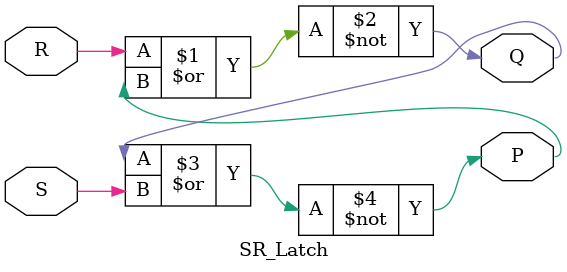
<source format=v>
`timescale 1ns / 1ps


module SR_Latch(
    input S,
    input R,
    output Q,
    output P
    );
nor(Q,R,P);
nor(P,Q,S);    
endmodule

</source>
